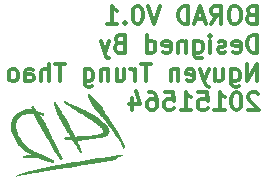
<source format=gbr>
%TF.GenerationSoftware,KiCad,Pcbnew,7.0.1*%
%TF.CreationDate,2023-04-15T09:39:37+07:00*%
%TF.ProjectId,DO_AN_DKTD,444f5f41-4e5f-4444-9b54-442e6b696361,rev?*%
%TF.SameCoordinates,Original*%
%TF.FileFunction,Legend,Bot*%
%TF.FilePolarity,Positive*%
%FSLAX46Y46*%
G04 Gerber Fmt 4.6, Leading zero omitted, Abs format (unit mm)*
G04 Created by KiCad (PCBNEW 7.0.1) date 2023-04-15 09:39:37*
%MOMM*%
%LPD*%
G01*
G04 APERTURE LIST*
%ADD10C,0.375000*%
G04 APERTURE END LIST*
D10*
X180142857Y-57740714D02*
X179928571Y-57812142D01*
X179928571Y-57812142D02*
X179857142Y-57883571D01*
X179857142Y-57883571D02*
X179785714Y-58026428D01*
X179785714Y-58026428D02*
X179785714Y-58240714D01*
X179785714Y-58240714D02*
X179857142Y-58383571D01*
X179857142Y-58383571D02*
X179928571Y-58455000D01*
X179928571Y-58455000D02*
X180071428Y-58526428D01*
X180071428Y-58526428D02*
X180642857Y-58526428D01*
X180642857Y-58526428D02*
X180642857Y-57026428D01*
X180642857Y-57026428D02*
X180142857Y-57026428D01*
X180142857Y-57026428D02*
X180000000Y-57097857D01*
X180000000Y-57097857D02*
X179928571Y-57169285D01*
X179928571Y-57169285D02*
X179857142Y-57312142D01*
X179857142Y-57312142D02*
X179857142Y-57455000D01*
X179857142Y-57455000D02*
X179928571Y-57597857D01*
X179928571Y-57597857D02*
X180000000Y-57669285D01*
X180000000Y-57669285D02*
X180142857Y-57740714D01*
X180142857Y-57740714D02*
X180642857Y-57740714D01*
X178857142Y-57026428D02*
X178571428Y-57026428D01*
X178571428Y-57026428D02*
X178428571Y-57097857D01*
X178428571Y-57097857D02*
X178285714Y-57240714D01*
X178285714Y-57240714D02*
X178214285Y-57526428D01*
X178214285Y-57526428D02*
X178214285Y-58026428D01*
X178214285Y-58026428D02*
X178285714Y-58312142D01*
X178285714Y-58312142D02*
X178428571Y-58455000D01*
X178428571Y-58455000D02*
X178571428Y-58526428D01*
X178571428Y-58526428D02*
X178857142Y-58526428D01*
X178857142Y-58526428D02*
X179000000Y-58455000D01*
X179000000Y-58455000D02*
X179142857Y-58312142D01*
X179142857Y-58312142D02*
X179214285Y-58026428D01*
X179214285Y-58026428D02*
X179214285Y-57526428D01*
X179214285Y-57526428D02*
X179142857Y-57240714D01*
X179142857Y-57240714D02*
X179000000Y-57097857D01*
X179000000Y-57097857D02*
X178857142Y-57026428D01*
X176714285Y-58526428D02*
X177214285Y-57812142D01*
X177571428Y-58526428D02*
X177571428Y-57026428D01*
X177571428Y-57026428D02*
X176999999Y-57026428D01*
X176999999Y-57026428D02*
X176857142Y-57097857D01*
X176857142Y-57097857D02*
X176785713Y-57169285D01*
X176785713Y-57169285D02*
X176714285Y-57312142D01*
X176714285Y-57312142D02*
X176714285Y-57526428D01*
X176714285Y-57526428D02*
X176785713Y-57669285D01*
X176785713Y-57669285D02*
X176857142Y-57740714D01*
X176857142Y-57740714D02*
X176999999Y-57812142D01*
X176999999Y-57812142D02*
X177571428Y-57812142D01*
X176142856Y-58097857D02*
X175428571Y-58097857D01*
X176285713Y-58526428D02*
X175785713Y-57026428D01*
X175785713Y-57026428D02*
X175285713Y-58526428D01*
X174785714Y-58526428D02*
X174785714Y-57026428D01*
X174785714Y-57026428D02*
X174428571Y-57026428D01*
X174428571Y-57026428D02*
X174214285Y-57097857D01*
X174214285Y-57097857D02*
X174071428Y-57240714D01*
X174071428Y-57240714D02*
X173999999Y-57383571D01*
X173999999Y-57383571D02*
X173928571Y-57669285D01*
X173928571Y-57669285D02*
X173928571Y-57883571D01*
X173928571Y-57883571D02*
X173999999Y-58169285D01*
X173999999Y-58169285D02*
X174071428Y-58312142D01*
X174071428Y-58312142D02*
X174214285Y-58455000D01*
X174214285Y-58455000D02*
X174428571Y-58526428D01*
X174428571Y-58526428D02*
X174785714Y-58526428D01*
X172357142Y-57026428D02*
X171857142Y-58526428D01*
X171857142Y-58526428D02*
X171357142Y-57026428D01*
X170571428Y-57026428D02*
X170428571Y-57026428D01*
X170428571Y-57026428D02*
X170285714Y-57097857D01*
X170285714Y-57097857D02*
X170214286Y-57169285D01*
X170214286Y-57169285D02*
X170142857Y-57312142D01*
X170142857Y-57312142D02*
X170071428Y-57597857D01*
X170071428Y-57597857D02*
X170071428Y-57955000D01*
X170071428Y-57955000D02*
X170142857Y-58240714D01*
X170142857Y-58240714D02*
X170214286Y-58383571D01*
X170214286Y-58383571D02*
X170285714Y-58455000D01*
X170285714Y-58455000D02*
X170428571Y-58526428D01*
X170428571Y-58526428D02*
X170571428Y-58526428D01*
X170571428Y-58526428D02*
X170714286Y-58455000D01*
X170714286Y-58455000D02*
X170785714Y-58383571D01*
X170785714Y-58383571D02*
X170857143Y-58240714D01*
X170857143Y-58240714D02*
X170928571Y-57955000D01*
X170928571Y-57955000D02*
X170928571Y-57597857D01*
X170928571Y-57597857D02*
X170857143Y-57312142D01*
X170857143Y-57312142D02*
X170785714Y-57169285D01*
X170785714Y-57169285D02*
X170714286Y-57097857D01*
X170714286Y-57097857D02*
X170571428Y-57026428D01*
X169428572Y-58383571D02*
X169357143Y-58455000D01*
X169357143Y-58455000D02*
X169428572Y-58526428D01*
X169428572Y-58526428D02*
X169500000Y-58455000D01*
X169500000Y-58455000D02*
X169428572Y-58383571D01*
X169428572Y-58383571D02*
X169428572Y-58526428D01*
X167928571Y-58526428D02*
X168785714Y-58526428D01*
X168357143Y-58526428D02*
X168357143Y-57026428D01*
X168357143Y-57026428D02*
X168500000Y-57240714D01*
X168500000Y-57240714D02*
X168642857Y-57383571D01*
X168642857Y-57383571D02*
X168785714Y-57455000D01*
X180642857Y-60956428D02*
X180642857Y-59456428D01*
X180642857Y-59456428D02*
X180285714Y-59456428D01*
X180285714Y-59456428D02*
X180071428Y-59527857D01*
X180071428Y-59527857D02*
X179928571Y-59670714D01*
X179928571Y-59670714D02*
X179857142Y-59813571D01*
X179857142Y-59813571D02*
X179785714Y-60099285D01*
X179785714Y-60099285D02*
X179785714Y-60313571D01*
X179785714Y-60313571D02*
X179857142Y-60599285D01*
X179857142Y-60599285D02*
X179928571Y-60742142D01*
X179928571Y-60742142D02*
X180071428Y-60885000D01*
X180071428Y-60885000D02*
X180285714Y-60956428D01*
X180285714Y-60956428D02*
X180642857Y-60956428D01*
X178571428Y-60885000D02*
X178714285Y-60956428D01*
X178714285Y-60956428D02*
X179000000Y-60956428D01*
X179000000Y-60956428D02*
X179142857Y-60885000D01*
X179142857Y-60885000D02*
X179214285Y-60742142D01*
X179214285Y-60742142D02*
X179214285Y-60170714D01*
X179214285Y-60170714D02*
X179142857Y-60027857D01*
X179142857Y-60027857D02*
X179000000Y-59956428D01*
X179000000Y-59956428D02*
X178714285Y-59956428D01*
X178714285Y-59956428D02*
X178571428Y-60027857D01*
X178571428Y-60027857D02*
X178500000Y-60170714D01*
X178500000Y-60170714D02*
X178500000Y-60313571D01*
X178500000Y-60313571D02*
X179214285Y-60456428D01*
X177928571Y-60885000D02*
X177785714Y-60956428D01*
X177785714Y-60956428D02*
X177500000Y-60956428D01*
X177500000Y-60956428D02*
X177357143Y-60885000D01*
X177357143Y-60885000D02*
X177285714Y-60742142D01*
X177285714Y-60742142D02*
X177285714Y-60670714D01*
X177285714Y-60670714D02*
X177357143Y-60527857D01*
X177357143Y-60527857D02*
X177500000Y-60456428D01*
X177500000Y-60456428D02*
X177714286Y-60456428D01*
X177714286Y-60456428D02*
X177857143Y-60385000D01*
X177857143Y-60385000D02*
X177928571Y-60242142D01*
X177928571Y-60242142D02*
X177928571Y-60170714D01*
X177928571Y-60170714D02*
X177857143Y-60027857D01*
X177857143Y-60027857D02*
X177714286Y-59956428D01*
X177714286Y-59956428D02*
X177500000Y-59956428D01*
X177500000Y-59956428D02*
X177357143Y-60027857D01*
X176642857Y-60956428D02*
X176642857Y-59956428D01*
X176642857Y-59456428D02*
X176714285Y-59527857D01*
X176714285Y-59527857D02*
X176642857Y-59599285D01*
X176642857Y-59599285D02*
X176571428Y-59527857D01*
X176571428Y-59527857D02*
X176642857Y-59456428D01*
X176642857Y-59456428D02*
X176642857Y-59599285D01*
X175285714Y-59956428D02*
X175285714Y-61170714D01*
X175285714Y-61170714D02*
X175357142Y-61313571D01*
X175357142Y-61313571D02*
X175428571Y-61385000D01*
X175428571Y-61385000D02*
X175571428Y-61456428D01*
X175571428Y-61456428D02*
X175785714Y-61456428D01*
X175785714Y-61456428D02*
X175928571Y-61385000D01*
X175285714Y-60885000D02*
X175428571Y-60956428D01*
X175428571Y-60956428D02*
X175714285Y-60956428D01*
X175714285Y-60956428D02*
X175857142Y-60885000D01*
X175857142Y-60885000D02*
X175928571Y-60813571D01*
X175928571Y-60813571D02*
X175999999Y-60670714D01*
X175999999Y-60670714D02*
X175999999Y-60242142D01*
X175999999Y-60242142D02*
X175928571Y-60099285D01*
X175928571Y-60099285D02*
X175857142Y-60027857D01*
X175857142Y-60027857D02*
X175714285Y-59956428D01*
X175714285Y-59956428D02*
X175428571Y-59956428D01*
X175428571Y-59956428D02*
X175285714Y-60027857D01*
X174571428Y-59956428D02*
X174571428Y-60956428D01*
X174571428Y-60099285D02*
X174499999Y-60027857D01*
X174499999Y-60027857D02*
X174357142Y-59956428D01*
X174357142Y-59956428D02*
X174142856Y-59956428D01*
X174142856Y-59956428D02*
X173999999Y-60027857D01*
X173999999Y-60027857D02*
X173928571Y-60170714D01*
X173928571Y-60170714D02*
X173928571Y-60956428D01*
X172642856Y-60885000D02*
X172785713Y-60956428D01*
X172785713Y-60956428D02*
X173071428Y-60956428D01*
X173071428Y-60956428D02*
X173214285Y-60885000D01*
X173214285Y-60885000D02*
X173285713Y-60742142D01*
X173285713Y-60742142D02*
X173285713Y-60170714D01*
X173285713Y-60170714D02*
X173214285Y-60027857D01*
X173214285Y-60027857D02*
X173071428Y-59956428D01*
X173071428Y-59956428D02*
X172785713Y-59956428D01*
X172785713Y-59956428D02*
X172642856Y-60027857D01*
X172642856Y-60027857D02*
X172571428Y-60170714D01*
X172571428Y-60170714D02*
X172571428Y-60313571D01*
X172571428Y-60313571D02*
X173285713Y-60456428D01*
X171285714Y-60956428D02*
X171285714Y-59456428D01*
X171285714Y-60885000D02*
X171428571Y-60956428D01*
X171428571Y-60956428D02*
X171714285Y-60956428D01*
X171714285Y-60956428D02*
X171857142Y-60885000D01*
X171857142Y-60885000D02*
X171928571Y-60813571D01*
X171928571Y-60813571D02*
X171999999Y-60670714D01*
X171999999Y-60670714D02*
X171999999Y-60242142D01*
X171999999Y-60242142D02*
X171928571Y-60099285D01*
X171928571Y-60099285D02*
X171857142Y-60027857D01*
X171857142Y-60027857D02*
X171714285Y-59956428D01*
X171714285Y-59956428D02*
X171428571Y-59956428D01*
X171428571Y-59956428D02*
X171285714Y-60027857D01*
X168928571Y-60170714D02*
X168714285Y-60242142D01*
X168714285Y-60242142D02*
X168642856Y-60313571D01*
X168642856Y-60313571D02*
X168571428Y-60456428D01*
X168571428Y-60456428D02*
X168571428Y-60670714D01*
X168571428Y-60670714D02*
X168642856Y-60813571D01*
X168642856Y-60813571D02*
X168714285Y-60885000D01*
X168714285Y-60885000D02*
X168857142Y-60956428D01*
X168857142Y-60956428D02*
X169428571Y-60956428D01*
X169428571Y-60956428D02*
X169428571Y-59456428D01*
X169428571Y-59456428D02*
X168928571Y-59456428D01*
X168928571Y-59456428D02*
X168785714Y-59527857D01*
X168785714Y-59527857D02*
X168714285Y-59599285D01*
X168714285Y-59599285D02*
X168642856Y-59742142D01*
X168642856Y-59742142D02*
X168642856Y-59885000D01*
X168642856Y-59885000D02*
X168714285Y-60027857D01*
X168714285Y-60027857D02*
X168785714Y-60099285D01*
X168785714Y-60099285D02*
X168928571Y-60170714D01*
X168928571Y-60170714D02*
X169428571Y-60170714D01*
X168071428Y-59956428D02*
X167714285Y-60956428D01*
X167357142Y-59956428D02*
X167714285Y-60956428D01*
X167714285Y-60956428D02*
X167857142Y-61313571D01*
X167857142Y-61313571D02*
X167928571Y-61385000D01*
X167928571Y-61385000D02*
X168071428Y-61456428D01*
X180642857Y-63386428D02*
X180642857Y-61886428D01*
X180642857Y-61886428D02*
X179785714Y-63386428D01*
X179785714Y-63386428D02*
X179785714Y-61886428D01*
X178428571Y-62386428D02*
X178428571Y-63600714D01*
X178428571Y-63600714D02*
X178499999Y-63743571D01*
X178499999Y-63743571D02*
X178571428Y-63815000D01*
X178571428Y-63815000D02*
X178714285Y-63886428D01*
X178714285Y-63886428D02*
X178928571Y-63886428D01*
X178928571Y-63886428D02*
X179071428Y-63815000D01*
X178428571Y-63315000D02*
X178571428Y-63386428D01*
X178571428Y-63386428D02*
X178857142Y-63386428D01*
X178857142Y-63386428D02*
X178999999Y-63315000D01*
X178999999Y-63315000D02*
X179071428Y-63243571D01*
X179071428Y-63243571D02*
X179142856Y-63100714D01*
X179142856Y-63100714D02*
X179142856Y-62672142D01*
X179142856Y-62672142D02*
X179071428Y-62529285D01*
X179071428Y-62529285D02*
X178999999Y-62457857D01*
X178999999Y-62457857D02*
X178857142Y-62386428D01*
X178857142Y-62386428D02*
X178571428Y-62386428D01*
X178571428Y-62386428D02*
X178428571Y-62457857D01*
X177071428Y-62386428D02*
X177071428Y-63386428D01*
X177714285Y-62386428D02*
X177714285Y-63172142D01*
X177714285Y-63172142D02*
X177642856Y-63315000D01*
X177642856Y-63315000D02*
X177499999Y-63386428D01*
X177499999Y-63386428D02*
X177285713Y-63386428D01*
X177285713Y-63386428D02*
X177142856Y-63315000D01*
X177142856Y-63315000D02*
X177071428Y-63243571D01*
X176499999Y-62386428D02*
X176142856Y-63386428D01*
X175785713Y-62386428D02*
X176142856Y-63386428D01*
X176142856Y-63386428D02*
X176285713Y-63743571D01*
X176285713Y-63743571D02*
X176357142Y-63815000D01*
X176357142Y-63815000D02*
X176499999Y-63886428D01*
X174642856Y-63315000D02*
X174785713Y-63386428D01*
X174785713Y-63386428D02*
X175071428Y-63386428D01*
X175071428Y-63386428D02*
X175214285Y-63315000D01*
X175214285Y-63315000D02*
X175285713Y-63172142D01*
X175285713Y-63172142D02*
X175285713Y-62600714D01*
X175285713Y-62600714D02*
X175214285Y-62457857D01*
X175214285Y-62457857D02*
X175071428Y-62386428D01*
X175071428Y-62386428D02*
X174785713Y-62386428D01*
X174785713Y-62386428D02*
X174642856Y-62457857D01*
X174642856Y-62457857D02*
X174571428Y-62600714D01*
X174571428Y-62600714D02*
X174571428Y-62743571D01*
X174571428Y-62743571D02*
X175285713Y-62886428D01*
X173928571Y-62386428D02*
X173928571Y-63386428D01*
X173928571Y-62529285D02*
X173857142Y-62457857D01*
X173857142Y-62457857D02*
X173714285Y-62386428D01*
X173714285Y-62386428D02*
X173499999Y-62386428D01*
X173499999Y-62386428D02*
X173357142Y-62457857D01*
X173357142Y-62457857D02*
X173285714Y-62600714D01*
X173285714Y-62600714D02*
X173285714Y-63386428D01*
X171642856Y-61886428D02*
X170785714Y-61886428D01*
X171214285Y-63386428D02*
X171214285Y-61886428D01*
X170285714Y-63386428D02*
X170285714Y-62386428D01*
X170285714Y-62672142D02*
X170214285Y-62529285D01*
X170214285Y-62529285D02*
X170142857Y-62457857D01*
X170142857Y-62457857D02*
X169999999Y-62386428D01*
X169999999Y-62386428D02*
X169857142Y-62386428D01*
X168714286Y-62386428D02*
X168714286Y-63386428D01*
X169357143Y-62386428D02*
X169357143Y-63172142D01*
X169357143Y-63172142D02*
X169285714Y-63315000D01*
X169285714Y-63315000D02*
X169142857Y-63386428D01*
X169142857Y-63386428D02*
X168928571Y-63386428D01*
X168928571Y-63386428D02*
X168785714Y-63315000D01*
X168785714Y-63315000D02*
X168714286Y-63243571D01*
X168000000Y-62386428D02*
X168000000Y-63386428D01*
X168000000Y-62529285D02*
X167928571Y-62457857D01*
X167928571Y-62457857D02*
X167785714Y-62386428D01*
X167785714Y-62386428D02*
X167571428Y-62386428D01*
X167571428Y-62386428D02*
X167428571Y-62457857D01*
X167428571Y-62457857D02*
X167357143Y-62600714D01*
X167357143Y-62600714D02*
X167357143Y-63386428D01*
X166000000Y-62386428D02*
X166000000Y-63600714D01*
X166000000Y-63600714D02*
X166071428Y-63743571D01*
X166071428Y-63743571D02*
X166142857Y-63815000D01*
X166142857Y-63815000D02*
X166285714Y-63886428D01*
X166285714Y-63886428D02*
X166500000Y-63886428D01*
X166500000Y-63886428D02*
X166642857Y-63815000D01*
X166000000Y-63315000D02*
X166142857Y-63386428D01*
X166142857Y-63386428D02*
X166428571Y-63386428D01*
X166428571Y-63386428D02*
X166571428Y-63315000D01*
X166571428Y-63315000D02*
X166642857Y-63243571D01*
X166642857Y-63243571D02*
X166714285Y-63100714D01*
X166714285Y-63100714D02*
X166714285Y-62672142D01*
X166714285Y-62672142D02*
X166642857Y-62529285D01*
X166642857Y-62529285D02*
X166571428Y-62457857D01*
X166571428Y-62457857D02*
X166428571Y-62386428D01*
X166428571Y-62386428D02*
X166142857Y-62386428D01*
X166142857Y-62386428D02*
X166000000Y-62457857D01*
X164357142Y-61886428D02*
X163500000Y-61886428D01*
X163928571Y-63386428D02*
X163928571Y-61886428D01*
X163000000Y-63386428D02*
X163000000Y-61886428D01*
X162357143Y-63386428D02*
X162357143Y-62600714D01*
X162357143Y-62600714D02*
X162428571Y-62457857D01*
X162428571Y-62457857D02*
X162571428Y-62386428D01*
X162571428Y-62386428D02*
X162785714Y-62386428D01*
X162785714Y-62386428D02*
X162928571Y-62457857D01*
X162928571Y-62457857D02*
X163000000Y-62529285D01*
X161000000Y-63386428D02*
X161000000Y-62600714D01*
X161000000Y-62600714D02*
X161071428Y-62457857D01*
X161071428Y-62457857D02*
X161214285Y-62386428D01*
X161214285Y-62386428D02*
X161500000Y-62386428D01*
X161500000Y-62386428D02*
X161642857Y-62457857D01*
X161000000Y-63315000D02*
X161142857Y-63386428D01*
X161142857Y-63386428D02*
X161500000Y-63386428D01*
X161500000Y-63386428D02*
X161642857Y-63315000D01*
X161642857Y-63315000D02*
X161714285Y-63172142D01*
X161714285Y-63172142D02*
X161714285Y-63029285D01*
X161714285Y-63029285D02*
X161642857Y-62886428D01*
X161642857Y-62886428D02*
X161500000Y-62815000D01*
X161500000Y-62815000D02*
X161142857Y-62815000D01*
X161142857Y-62815000D02*
X161000000Y-62743571D01*
X160071428Y-63386428D02*
X160214285Y-63315000D01*
X160214285Y-63315000D02*
X160285714Y-63243571D01*
X160285714Y-63243571D02*
X160357142Y-63100714D01*
X160357142Y-63100714D02*
X160357142Y-62672142D01*
X160357142Y-62672142D02*
X160285714Y-62529285D01*
X160285714Y-62529285D02*
X160214285Y-62457857D01*
X160214285Y-62457857D02*
X160071428Y-62386428D01*
X160071428Y-62386428D02*
X159857142Y-62386428D01*
X159857142Y-62386428D02*
X159714285Y-62457857D01*
X159714285Y-62457857D02*
X159642857Y-62529285D01*
X159642857Y-62529285D02*
X159571428Y-62672142D01*
X159571428Y-62672142D02*
X159571428Y-63100714D01*
X159571428Y-63100714D02*
X159642857Y-63243571D01*
X159642857Y-63243571D02*
X159714285Y-63315000D01*
X159714285Y-63315000D02*
X159857142Y-63386428D01*
X159857142Y-63386428D02*
X160071428Y-63386428D01*
X180714285Y-64459285D02*
X180642857Y-64387857D01*
X180642857Y-64387857D02*
X180500000Y-64316428D01*
X180500000Y-64316428D02*
X180142857Y-64316428D01*
X180142857Y-64316428D02*
X180000000Y-64387857D01*
X180000000Y-64387857D02*
X179928571Y-64459285D01*
X179928571Y-64459285D02*
X179857142Y-64602142D01*
X179857142Y-64602142D02*
X179857142Y-64745000D01*
X179857142Y-64745000D02*
X179928571Y-64959285D01*
X179928571Y-64959285D02*
X180785714Y-65816428D01*
X180785714Y-65816428D02*
X179857142Y-65816428D01*
X178928571Y-64316428D02*
X178785714Y-64316428D01*
X178785714Y-64316428D02*
X178642857Y-64387857D01*
X178642857Y-64387857D02*
X178571429Y-64459285D01*
X178571429Y-64459285D02*
X178500000Y-64602142D01*
X178500000Y-64602142D02*
X178428571Y-64887857D01*
X178428571Y-64887857D02*
X178428571Y-65245000D01*
X178428571Y-65245000D02*
X178500000Y-65530714D01*
X178500000Y-65530714D02*
X178571429Y-65673571D01*
X178571429Y-65673571D02*
X178642857Y-65745000D01*
X178642857Y-65745000D02*
X178785714Y-65816428D01*
X178785714Y-65816428D02*
X178928571Y-65816428D01*
X178928571Y-65816428D02*
X179071429Y-65745000D01*
X179071429Y-65745000D02*
X179142857Y-65673571D01*
X179142857Y-65673571D02*
X179214286Y-65530714D01*
X179214286Y-65530714D02*
X179285714Y-65245000D01*
X179285714Y-65245000D02*
X179285714Y-64887857D01*
X179285714Y-64887857D02*
X179214286Y-64602142D01*
X179214286Y-64602142D02*
X179142857Y-64459285D01*
X179142857Y-64459285D02*
X179071429Y-64387857D01*
X179071429Y-64387857D02*
X178928571Y-64316428D01*
X177000000Y-65816428D02*
X177857143Y-65816428D01*
X177428572Y-65816428D02*
X177428572Y-64316428D01*
X177428572Y-64316428D02*
X177571429Y-64530714D01*
X177571429Y-64530714D02*
X177714286Y-64673571D01*
X177714286Y-64673571D02*
X177857143Y-64745000D01*
X175642858Y-64316428D02*
X176357144Y-64316428D01*
X176357144Y-64316428D02*
X176428572Y-65030714D01*
X176428572Y-65030714D02*
X176357144Y-64959285D01*
X176357144Y-64959285D02*
X176214287Y-64887857D01*
X176214287Y-64887857D02*
X175857144Y-64887857D01*
X175857144Y-64887857D02*
X175714287Y-64959285D01*
X175714287Y-64959285D02*
X175642858Y-65030714D01*
X175642858Y-65030714D02*
X175571429Y-65173571D01*
X175571429Y-65173571D02*
X175571429Y-65530714D01*
X175571429Y-65530714D02*
X175642858Y-65673571D01*
X175642858Y-65673571D02*
X175714287Y-65745000D01*
X175714287Y-65745000D02*
X175857144Y-65816428D01*
X175857144Y-65816428D02*
X176214287Y-65816428D01*
X176214287Y-65816428D02*
X176357144Y-65745000D01*
X176357144Y-65745000D02*
X176428572Y-65673571D01*
X174142858Y-65816428D02*
X175000001Y-65816428D01*
X174571430Y-65816428D02*
X174571430Y-64316428D01*
X174571430Y-64316428D02*
X174714287Y-64530714D01*
X174714287Y-64530714D02*
X174857144Y-64673571D01*
X174857144Y-64673571D02*
X175000001Y-64745000D01*
X172785716Y-64316428D02*
X173500002Y-64316428D01*
X173500002Y-64316428D02*
X173571430Y-65030714D01*
X173571430Y-65030714D02*
X173500002Y-64959285D01*
X173500002Y-64959285D02*
X173357145Y-64887857D01*
X173357145Y-64887857D02*
X173000002Y-64887857D01*
X173000002Y-64887857D02*
X172857145Y-64959285D01*
X172857145Y-64959285D02*
X172785716Y-65030714D01*
X172785716Y-65030714D02*
X172714287Y-65173571D01*
X172714287Y-65173571D02*
X172714287Y-65530714D01*
X172714287Y-65530714D02*
X172785716Y-65673571D01*
X172785716Y-65673571D02*
X172857145Y-65745000D01*
X172857145Y-65745000D02*
X173000002Y-65816428D01*
X173000002Y-65816428D02*
X173357145Y-65816428D01*
X173357145Y-65816428D02*
X173500002Y-65745000D01*
X173500002Y-65745000D02*
X173571430Y-65673571D01*
X171428574Y-64316428D02*
X171714288Y-64316428D01*
X171714288Y-64316428D02*
X171857145Y-64387857D01*
X171857145Y-64387857D02*
X171928574Y-64459285D01*
X171928574Y-64459285D02*
X172071431Y-64673571D01*
X172071431Y-64673571D02*
X172142859Y-64959285D01*
X172142859Y-64959285D02*
X172142859Y-65530714D01*
X172142859Y-65530714D02*
X172071431Y-65673571D01*
X172071431Y-65673571D02*
X172000002Y-65745000D01*
X172000002Y-65745000D02*
X171857145Y-65816428D01*
X171857145Y-65816428D02*
X171571431Y-65816428D01*
X171571431Y-65816428D02*
X171428574Y-65745000D01*
X171428574Y-65745000D02*
X171357145Y-65673571D01*
X171357145Y-65673571D02*
X171285716Y-65530714D01*
X171285716Y-65530714D02*
X171285716Y-65173571D01*
X171285716Y-65173571D02*
X171357145Y-65030714D01*
X171357145Y-65030714D02*
X171428574Y-64959285D01*
X171428574Y-64959285D02*
X171571431Y-64887857D01*
X171571431Y-64887857D02*
X171857145Y-64887857D01*
X171857145Y-64887857D02*
X172000002Y-64959285D01*
X172000002Y-64959285D02*
X172071431Y-65030714D01*
X172071431Y-65030714D02*
X172142859Y-65173571D01*
X170000003Y-64816428D02*
X170000003Y-65816428D01*
X170357145Y-64245000D02*
X170714288Y-65316428D01*
X170714288Y-65316428D02*
X169785717Y-65316428D01*
%TO.C,G\u002A\u002A\u002A*%
G36*
X166433525Y-64476669D02*
G01*
X166437556Y-64477576D01*
X166452729Y-64482356D01*
X166468700Y-64490536D01*
X166487503Y-64503968D01*
X166511175Y-64524504D01*
X166541750Y-64553994D01*
X166581265Y-64594290D01*
X166631756Y-64647244D01*
X166695257Y-64714707D01*
X166703232Y-64723192D01*
X166769789Y-64793230D01*
X166847284Y-64873660D01*
X166931323Y-64959985D01*
X167017512Y-65047708D01*
X167101454Y-65132335D01*
X167178756Y-65209367D01*
X167222364Y-65252741D01*
X167286007Y-65316891D01*
X167344626Y-65376965D01*
X167396042Y-65430677D01*
X167438075Y-65475741D01*
X167468544Y-65509871D01*
X167485269Y-65530781D01*
X167485968Y-65531826D01*
X167503011Y-65559940D01*
X167527502Y-65603611D01*
X167557201Y-65658688D01*
X167589867Y-65721017D01*
X167623259Y-65786448D01*
X167648352Y-65835493D01*
X167710395Y-65948721D01*
X167774777Y-66053695D01*
X167847197Y-66159924D01*
X167988276Y-66359883D01*
X168179637Y-66637693D01*
X168355950Y-66901932D01*
X168517065Y-67152351D01*
X168662829Y-67388702D01*
X168793089Y-67610735D01*
X168907693Y-67818203D01*
X169006490Y-68010857D01*
X169089327Y-68188448D01*
X169099210Y-68210661D01*
X169132522Y-68283288D01*
X169172248Y-68367423D01*
X169215505Y-68457063D01*
X169259404Y-68546204D01*
X169301060Y-68628843D01*
X169311311Y-68648941D01*
X169355161Y-68736523D01*
X169388439Y-68806145D01*
X169411619Y-68858867D01*
X169425170Y-68895751D01*
X169429566Y-68917858D01*
X169429526Y-68921879D01*
X169422337Y-68978705D01*
X169404660Y-69030131D01*
X169379219Y-69068030D01*
X169377751Y-69069478D01*
X169355966Y-69087128D01*
X169339524Y-69094400D01*
X169338222Y-69094354D01*
X169315193Y-69083090D01*
X169287315Y-69054183D01*
X169256829Y-69010801D01*
X169225979Y-68956108D01*
X169197008Y-68893271D01*
X169184839Y-68864219D01*
X169126870Y-68734573D01*
X169064274Y-68609446D01*
X168994267Y-68483787D01*
X168914068Y-68352548D01*
X168820895Y-68210680D01*
X168728888Y-68075237D01*
X168608047Y-67899418D01*
X168486566Y-67724879D01*
X168365715Y-67553361D01*
X168246761Y-67386604D01*
X168130971Y-67226349D01*
X168019615Y-67074335D01*
X167913960Y-66932305D01*
X167815275Y-66801998D01*
X167724826Y-66685154D01*
X167643883Y-66583515D01*
X167573713Y-66498820D01*
X167563413Y-66486779D01*
X167522593Y-66439767D01*
X167470729Y-66380818D01*
X167410821Y-66313303D01*
X167345869Y-66240595D01*
X167278871Y-66166066D01*
X167212827Y-66093087D01*
X167167306Y-66042905D01*
X167064056Y-65928380D01*
X166974386Y-65827658D01*
X166897024Y-65739125D01*
X166830697Y-65661168D01*
X166774134Y-65592173D01*
X166726062Y-65530527D01*
X166685208Y-65474617D01*
X166650301Y-65422829D01*
X166620068Y-65373550D01*
X166593236Y-65325166D01*
X166568534Y-65276063D01*
X166523598Y-65182617D01*
X166469955Y-65070752D01*
X166424769Y-64976001D01*
X166387306Y-64896705D01*
X166356828Y-64831205D01*
X166332598Y-64777840D01*
X166313881Y-64734950D01*
X166299940Y-64700877D01*
X166290037Y-64673959D01*
X166283438Y-64652538D01*
X166279405Y-64634954D01*
X166277201Y-64619547D01*
X166275326Y-64575667D01*
X166283637Y-64529557D01*
X166305593Y-64498278D01*
X166342280Y-64479496D01*
X166371818Y-64473319D01*
X166433525Y-64476669D01*
G37*
G36*
X169289449Y-69596945D02*
G01*
X169280099Y-69611329D01*
X169259132Y-69635937D01*
X169229307Y-69667381D01*
X169217192Y-69679334D01*
X169129185Y-69749696D01*
X169032757Y-69799520D01*
X168927666Y-69828939D01*
X168902152Y-69833686D01*
X168867783Y-69842477D01*
X168840005Y-69855204D01*
X168811318Y-69875729D01*
X168774220Y-69907912D01*
X168728475Y-69945290D01*
X168658041Y-69992977D01*
X168585387Y-70032743D01*
X168518517Y-70059832D01*
X168508078Y-70062821D01*
X168469597Y-70071985D01*
X168411829Y-70084045D01*
X168334633Y-70099023D01*
X168237868Y-70116943D01*
X168121392Y-70137829D01*
X167985064Y-70161703D01*
X167828743Y-70188590D01*
X167652288Y-70218513D01*
X167455558Y-70251494D01*
X167238411Y-70287558D01*
X167000707Y-70326728D01*
X166742303Y-70369027D01*
X166463059Y-70414479D01*
X166162834Y-70463107D01*
X165841486Y-70514934D01*
X165498873Y-70569984D01*
X165134856Y-70628281D01*
X164749293Y-70689847D01*
X164342041Y-70754706D01*
X163912961Y-70822882D01*
X163760256Y-70847122D01*
X163449810Y-70896429D01*
X163160194Y-70942471D01*
X162890644Y-70985373D01*
X162640394Y-71025262D01*
X162408682Y-71062264D01*
X162194740Y-71096506D01*
X161997806Y-71128113D01*
X161817114Y-71157212D01*
X161651900Y-71183930D01*
X161501400Y-71208392D01*
X161364847Y-71230726D01*
X161241479Y-71251056D01*
X161130530Y-71269510D01*
X161031235Y-71286214D01*
X160942831Y-71301294D01*
X160864552Y-71314876D01*
X160795634Y-71327087D01*
X160735311Y-71338053D01*
X160682821Y-71347901D01*
X160637397Y-71356755D01*
X160598275Y-71364744D01*
X160564691Y-71371993D01*
X160535879Y-71378629D01*
X160511076Y-71384777D01*
X160501921Y-71387169D01*
X160436555Y-71405662D01*
X160366200Y-71427589D01*
X160296149Y-71451118D01*
X160231694Y-71474417D01*
X160178126Y-71495653D01*
X160140739Y-71512994D01*
X160123250Y-71521913D01*
X160108762Y-71526682D01*
X160108897Y-71519836D01*
X160124049Y-71500038D01*
X160154613Y-71465949D01*
X160155090Y-71465433D01*
X160201769Y-71420231D01*
X160257259Y-71376694D01*
X160322660Y-71334430D01*
X160399073Y-71293051D01*
X160487599Y-71252167D01*
X160589338Y-71211387D01*
X160705391Y-71170324D01*
X160836857Y-71128585D01*
X160984838Y-71085783D01*
X161150435Y-71041527D01*
X161334747Y-70995428D01*
X161538875Y-70947097D01*
X161763920Y-70896142D01*
X161811385Y-70885700D01*
X161895245Y-70867541D01*
X161996736Y-70845817D01*
X162113432Y-70821032D01*
X162242906Y-70793689D01*
X162382734Y-70764292D01*
X162530488Y-70733346D01*
X162683745Y-70701353D01*
X162840076Y-70668819D01*
X162997057Y-70636247D01*
X163152262Y-70604140D01*
X163303264Y-70573003D01*
X163447639Y-70543339D01*
X163582959Y-70515653D01*
X163706800Y-70490448D01*
X163816735Y-70468228D01*
X163910338Y-70449497D01*
X163985183Y-70434759D01*
X164260181Y-70382157D01*
X164614000Y-70316748D01*
X164986514Y-70250200D01*
X165375822Y-70182820D01*
X165780022Y-70114912D01*
X166197214Y-70046783D01*
X166625495Y-69978738D01*
X167062964Y-69911083D01*
X167507719Y-69844122D01*
X167957859Y-69778162D01*
X168411481Y-69713508D01*
X168866685Y-69650466D01*
X168872461Y-69649678D01*
X168965230Y-69637070D01*
X169051087Y-69625487D01*
X169127514Y-69615263D01*
X169191995Y-69606731D01*
X169242012Y-69600224D01*
X169275049Y-69596076D01*
X169288586Y-69594619D01*
X169289449Y-69596945D01*
G37*
G36*
X164336924Y-65067938D02*
G01*
X164362934Y-65076242D01*
X164400148Y-65090439D01*
X164450039Y-65111147D01*
X164514081Y-65138987D01*
X164593744Y-65174575D01*
X164690502Y-65218533D01*
X164805829Y-65271478D01*
X164824780Y-65280210D01*
X164938679Y-65332663D01*
X165060105Y-65388542D01*
X165184440Y-65445726D01*
X165307067Y-65502091D01*
X165423367Y-65555515D01*
X165528723Y-65603875D01*
X165618517Y-65645048D01*
X165674188Y-65670636D01*
X165812281Y-65734760D01*
X165949052Y-65799153D01*
X166082128Y-65862651D01*
X166209134Y-65924095D01*
X166327698Y-65982320D01*
X166435447Y-66036167D01*
X166530007Y-66084473D01*
X166609005Y-66126076D01*
X166670068Y-66159814D01*
X166703593Y-66179201D01*
X166835292Y-66258783D01*
X166964323Y-66342651D01*
X167093532Y-66432913D01*
X167225763Y-66531677D01*
X167363861Y-66641050D01*
X167510670Y-66763141D01*
X167669034Y-66900056D01*
X167729559Y-66954148D01*
X167819625Y-67039591D01*
X167893842Y-67118020D01*
X167954215Y-67192262D01*
X168002750Y-67265145D01*
X168041455Y-67339499D01*
X168072335Y-67418151D01*
X168097396Y-67503930D01*
X168104307Y-67533774D01*
X168116908Y-67633536D01*
X168110581Y-67722166D01*
X168085337Y-67799389D01*
X168066034Y-67832921D01*
X168018579Y-67893069D01*
X167957117Y-67952610D01*
X167886293Y-68007257D01*
X167810752Y-68052726D01*
X167764550Y-68075594D01*
X167712160Y-68098635D01*
X167657688Y-68118976D01*
X167598628Y-68137181D01*
X167532469Y-68153811D01*
X167456703Y-68169431D01*
X167368822Y-68184604D01*
X167266318Y-68199892D01*
X167146682Y-68215859D01*
X167007406Y-68233067D01*
X166981482Y-68236220D01*
X166880317Y-68249045D01*
X166765076Y-68264311D01*
X166641851Y-68281178D01*
X166516733Y-68298802D01*
X166395813Y-68316341D01*
X166285183Y-68332953D01*
X166274523Y-68334586D01*
X166104814Y-68360009D01*
X165955702Y-68381160D01*
X165826068Y-68398171D01*
X165714794Y-68411174D01*
X165620761Y-68420299D01*
X165542850Y-68425678D01*
X165479944Y-68427442D01*
X165471893Y-68427464D01*
X165433508Y-68428237D01*
X165406501Y-68429897D01*
X165396295Y-68432138D01*
X165396789Y-68433855D01*
X165403659Y-68451143D01*
X165417359Y-68483699D01*
X165436276Y-68527724D01*
X165458800Y-68579425D01*
X165521808Y-68724557D01*
X165579643Y-68860621D01*
X165631313Y-68985212D01*
X165676343Y-69097100D01*
X165714254Y-69195050D01*
X165744570Y-69277833D01*
X165766815Y-69344214D01*
X165780512Y-69392963D01*
X165785183Y-69422847D01*
X165784994Y-69432977D01*
X165782241Y-69461325D01*
X165777253Y-69476572D01*
X165774736Y-69478104D01*
X165754879Y-69481484D01*
X165724804Y-69481203D01*
X165680284Y-69477901D01*
X165543762Y-69261140D01*
X165539346Y-69254124D01*
X165496072Y-69185064D01*
X165444580Y-69102438D01*
X165387871Y-69011089D01*
X165328947Y-68915860D01*
X165270810Y-68821593D01*
X165216461Y-68733131D01*
X165186913Y-68684973D01*
X165142787Y-68613239D01*
X165103081Y-68548913D01*
X165069229Y-68494307D01*
X165042667Y-68451733D01*
X165024829Y-68423503D01*
X165017148Y-68411928D01*
X165015129Y-68410895D01*
X164995461Y-68406259D01*
X164957471Y-68399557D01*
X164903952Y-68391213D01*
X164837696Y-68381650D01*
X164761496Y-68371291D01*
X164678145Y-68360560D01*
X164347677Y-68319148D01*
X164310875Y-68278973D01*
X164285602Y-68245793D01*
X164274787Y-68210628D01*
X164284911Y-68176435D01*
X164316115Y-68139430D01*
X164358158Y-68099521D01*
X164587690Y-68088405D01*
X164817222Y-68077289D01*
X164776946Y-68010593D01*
X164774320Y-68006269D01*
X164755628Y-67976006D01*
X164727343Y-67930717D01*
X164691388Y-67873458D01*
X164649686Y-67807288D01*
X164604159Y-67735263D01*
X164556729Y-67660440D01*
X164553383Y-67655166D01*
X164503596Y-67576176D01*
X164453980Y-67496560D01*
X164406903Y-67420185D01*
X164364736Y-67350914D01*
X164329847Y-67292613D01*
X164304606Y-67249149D01*
X164302689Y-67245755D01*
X164277110Y-67200491D01*
X164243001Y-67140176D01*
X164202579Y-67068727D01*
X164158060Y-66990060D01*
X164111661Y-66908093D01*
X164065596Y-66826742D01*
X164019698Y-66745357D01*
X163939987Y-66601860D01*
X163869956Y-66472274D01*
X163808099Y-66353433D01*
X163752908Y-66242168D01*
X163702878Y-66135314D01*
X163656501Y-66029703D01*
X163612272Y-65922167D01*
X163568684Y-65809540D01*
X163524230Y-65688655D01*
X163508810Y-65645110D01*
X163486427Y-65579909D01*
X163463375Y-65510863D01*
X163440780Y-65441524D01*
X163419768Y-65375446D01*
X163401465Y-65316182D01*
X163386998Y-65267286D01*
X163377491Y-65232312D01*
X163374072Y-65214812D01*
X163374671Y-65212215D01*
X163384588Y-65195137D01*
X163402838Y-65171314D01*
X163403507Y-65170526D01*
X163439449Y-65143683D01*
X163481769Y-65137274D01*
X163526955Y-65151850D01*
X163533213Y-65156656D01*
X163554654Y-65180136D01*
X163585989Y-65220108D01*
X163626096Y-65274856D01*
X163673854Y-65342665D01*
X163728138Y-65421820D01*
X163787826Y-65510603D01*
X163851796Y-65607301D01*
X163918925Y-65710197D01*
X163988091Y-65817576D01*
X164058169Y-65927722D01*
X164128038Y-66038920D01*
X164196576Y-66149454D01*
X164262658Y-66257608D01*
X164325164Y-66361666D01*
X164382969Y-66459914D01*
X164395421Y-66481531D01*
X164431848Y-66546192D01*
X164474214Y-66622953D01*
X164519541Y-66706350D01*
X164564852Y-66790922D01*
X164607168Y-66871206D01*
X164614142Y-66884575D01*
X164652355Y-66958013D01*
X164695441Y-67041065D01*
X164742320Y-67131632D01*
X164791916Y-67227619D01*
X164843151Y-67326928D01*
X164894948Y-67427462D01*
X164946228Y-67527124D01*
X164995914Y-67623819D01*
X165042929Y-67715447D01*
X165086194Y-67799913D01*
X165124632Y-67875120D01*
X165157166Y-67938971D01*
X165182717Y-67989369D01*
X165200209Y-68024217D01*
X165208563Y-68041418D01*
X165222317Y-68072242D01*
X165317639Y-68066291D01*
X165318051Y-68066265D01*
X165359880Y-68063803D01*
X165418449Y-68060555D01*
X165488373Y-68056810D01*
X165564264Y-68052857D01*
X165640739Y-68048983D01*
X165714880Y-68045060D01*
X165849437Y-68037000D01*
X165991684Y-68027459D01*
X166136636Y-68016825D01*
X166279312Y-68005485D01*
X166414730Y-67993825D01*
X166537906Y-67982232D01*
X166643858Y-67971093D01*
X166686958Y-67966104D01*
X166864060Y-67942372D01*
X167019675Y-67915741D01*
X167154276Y-67886004D01*
X167268333Y-67852954D01*
X167362318Y-67816383D01*
X167436703Y-67776084D01*
X167491959Y-67731849D01*
X167528558Y-67683470D01*
X167546971Y-67630742D01*
X167547669Y-67573455D01*
X167543217Y-67547372D01*
X167527031Y-67493269D01*
X167500143Y-67438710D01*
X167460634Y-67380686D01*
X167406581Y-67316191D01*
X167336064Y-67242216D01*
X167296129Y-67203103D01*
X167233293Y-67145273D01*
X167164481Y-67086379D01*
X167088189Y-67025354D01*
X167002915Y-66961132D01*
X166907158Y-66892646D01*
X166799413Y-66818829D01*
X166678179Y-66738614D01*
X166541953Y-66650937D01*
X166389233Y-66554729D01*
X166218517Y-66448924D01*
X166132333Y-66395790D01*
X165951210Y-66283720D01*
X165763401Y-66167016D01*
X165572579Y-66047980D01*
X165382417Y-65928915D01*
X165196590Y-65812123D01*
X165018770Y-65699907D01*
X164852633Y-65594568D01*
X164701850Y-65498409D01*
X164672887Y-65479873D01*
X164591651Y-65427883D01*
X164516561Y-65379827D01*
X164449714Y-65337046D01*
X164393205Y-65300880D01*
X164349129Y-65272672D01*
X164319581Y-65253762D01*
X164306658Y-65245491D01*
X164288982Y-65229936D01*
X164265917Y-65199758D01*
X164247968Y-65166658D01*
X164240739Y-65139638D01*
X164240992Y-65135396D01*
X164253578Y-65106857D01*
X164280487Y-65081335D01*
X164315260Y-65065276D01*
X164320645Y-65064908D01*
X164336924Y-65067938D01*
G37*
G36*
X161649986Y-65466226D02*
G01*
X161661187Y-65469523D01*
X161676647Y-65477360D01*
X161691619Y-65491347D01*
X161708820Y-65514862D01*
X161730965Y-65551282D01*
X161760772Y-65603985D01*
X161789278Y-65654179D01*
X161825696Y-65716339D01*
X161861041Y-65774869D01*
X161890567Y-65821803D01*
X161949108Y-65911788D01*
X162119924Y-65969838D01*
X162137461Y-65975790D01*
X162211696Y-66000836D01*
X162289724Y-66026971D01*
X162363274Y-66051431D01*
X162424072Y-66071452D01*
X162436898Y-66075659D01*
X162490348Y-66093908D01*
X162527447Y-66108540D01*
X162552371Y-66121680D01*
X162569298Y-66135452D01*
X162582406Y-66151982D01*
X162600448Y-66185906D01*
X162606399Y-66228618D01*
X162590524Y-66267641D01*
X162552682Y-66303698D01*
X162520135Y-66326884D01*
X162362236Y-66282239D01*
X162336287Y-66274920D01*
X162283630Y-66260184D01*
X162240745Y-66248343D01*
X162211499Y-66240459D01*
X162199759Y-66237595D01*
X162202695Y-66242966D01*
X162217157Y-66262206D01*
X162241031Y-66292137D01*
X162271608Y-66329302D01*
X162305490Y-66370348D01*
X162368862Y-66449724D01*
X162428127Y-66528102D01*
X162484551Y-66607634D01*
X162539398Y-66690474D01*
X162593933Y-66778773D01*
X162649422Y-66874683D01*
X162707129Y-66980357D01*
X162768319Y-67097945D01*
X162834258Y-67229601D01*
X162906210Y-67377476D01*
X162985440Y-67543722D01*
X162989396Y-67552077D01*
X163020498Y-67617196D01*
X163060343Y-67699857D01*
X163107930Y-67798016D01*
X163162258Y-67909625D01*
X163222326Y-68032640D01*
X163287132Y-68165015D01*
X163355675Y-68304703D01*
X163426953Y-68449660D01*
X163499965Y-68597839D01*
X163573710Y-68747195D01*
X163647187Y-68895681D01*
X163688598Y-68979355D01*
X163755989Y-69115893D01*
X163820117Y-69246274D01*
X163880317Y-69369125D01*
X163935924Y-69483072D01*
X163986274Y-69586739D01*
X164030702Y-69678753D01*
X164068543Y-69757740D01*
X164099131Y-69822325D01*
X164121804Y-69871134D01*
X164135894Y-69902794D01*
X164140739Y-69915929D01*
X164140594Y-69921587D01*
X164130272Y-69965792D01*
X164106922Y-70003775D01*
X164075145Y-70027698D01*
X164073504Y-70028334D01*
X164047969Y-70033537D01*
X164013664Y-70035705D01*
X163978301Y-70034970D01*
X163949593Y-70031463D01*
X163935253Y-70025315D01*
X163931381Y-70019740D01*
X163916944Y-69999233D01*
X163894445Y-69967383D01*
X163866642Y-69928098D01*
X163830597Y-69876759D01*
X163734165Y-69734500D01*
X163641044Y-69589310D01*
X163549088Y-69437585D01*
X163456149Y-69275719D01*
X163360083Y-69100108D01*
X163258741Y-68907146D01*
X163254148Y-68898249D01*
X163194290Y-68782703D01*
X163142282Y-68683394D01*
X163096166Y-68596921D01*
X163053980Y-68519882D01*
X163013765Y-68448876D01*
X162973562Y-68380502D01*
X162931411Y-68311358D01*
X162885351Y-68238043D01*
X162833423Y-68157157D01*
X162773668Y-68065297D01*
X162730266Y-67998397D01*
X162678901Y-67918200D01*
X162629052Y-67839374D01*
X162583410Y-67766206D01*
X162544668Y-67702988D01*
X162515518Y-67654006D01*
X162503310Y-67632975D01*
X162472043Y-67579164D01*
X162432774Y-67511632D01*
X162387615Y-67434010D01*
X162338677Y-67349927D01*
X162288073Y-67263012D01*
X162237915Y-67176895D01*
X162222479Y-67150385D01*
X162141601Y-67010864D01*
X162070991Y-66887805D01*
X162009520Y-66779084D01*
X161956056Y-66682573D01*
X161909470Y-66596148D01*
X161868631Y-66517683D01*
X161832409Y-66445053D01*
X161799673Y-66376132D01*
X161769293Y-66308793D01*
X161740138Y-66240913D01*
X161701850Y-66149745D01*
X161640739Y-66141100D01*
X161618347Y-66138427D01*
X161554853Y-66134030D01*
X161479352Y-66131983D01*
X161397541Y-66132162D01*
X161315115Y-66134438D01*
X161237768Y-66138688D01*
X161171195Y-66144783D01*
X161121093Y-66152600D01*
X161080367Y-66161891D01*
X160920059Y-66208813D01*
X160772833Y-66268990D01*
X160640153Y-66341534D01*
X160523484Y-66425554D01*
X160424289Y-66520163D01*
X160344033Y-66624470D01*
X160303022Y-66699996D01*
X160263517Y-66808260D01*
X160236832Y-66929544D01*
X160222851Y-67061078D01*
X160221454Y-67200096D01*
X160232522Y-67343828D01*
X160255938Y-67489507D01*
X160291582Y-67634366D01*
X160339337Y-67775636D01*
X160399084Y-67910549D01*
X160478669Y-68056152D01*
X160597202Y-68240258D01*
X160734100Y-68422738D01*
X160887300Y-68601219D01*
X161054738Y-68773329D01*
X161234350Y-68936694D01*
X161424072Y-69088942D01*
X161458427Y-69114413D01*
X161543949Y-69174560D01*
X161632004Y-69231485D01*
X161725261Y-69286597D01*
X161826388Y-69341302D01*
X161938054Y-69397008D01*
X162062926Y-69455122D01*
X162203672Y-69517052D01*
X162362961Y-69584205D01*
X162434269Y-69614071D01*
X162553990Y-69665524D01*
X162673189Y-69718272D01*
X162789866Y-69771332D01*
X162902020Y-69823722D01*
X163007651Y-69874462D01*
X163104758Y-69922570D01*
X163191342Y-69967065D01*
X163265401Y-70006965D01*
X163324936Y-70041289D01*
X163367947Y-70069055D01*
X163392432Y-70089283D01*
X163395946Y-70093560D01*
X163413073Y-70124854D01*
X163424026Y-70161257D01*
X163424903Y-70167042D01*
X163422682Y-70212758D01*
X163401429Y-70250847D01*
X163359580Y-70284299D01*
X163354713Y-70287195D01*
X163328460Y-70300549D01*
X163310827Y-70306000D01*
X163309843Y-70305928D01*
X163291735Y-70301697D01*
X163255804Y-70291584D01*
X163204922Y-70276490D01*
X163141965Y-70257316D01*
X163069806Y-70234963D01*
X162991318Y-70210332D01*
X162909377Y-70184325D01*
X162826855Y-70157842D01*
X162746628Y-70131784D01*
X162671568Y-70107053D01*
X162604550Y-70084550D01*
X162541280Y-70062795D01*
X162419652Y-70019181D01*
X162315911Y-69979161D01*
X162227497Y-69941727D01*
X162151850Y-69905866D01*
X162151045Y-69905460D01*
X162124349Y-69892906D01*
X162098494Y-69883530D01*
X162068873Y-69876460D01*
X162030879Y-69870827D01*
X161979908Y-69865758D01*
X161911351Y-69860383D01*
X161906229Y-69860011D01*
X161777483Y-69854036D01*
X161628917Y-69852958D01*
X161462303Y-69856740D01*
X161279410Y-69865341D01*
X161082011Y-69878724D01*
X161027761Y-69882893D01*
X160966248Y-69887378D01*
X160921291Y-69890002D01*
X160889587Y-69890680D01*
X160867830Y-69889325D01*
X160852718Y-69885854D01*
X160840946Y-69880181D01*
X160829211Y-69872221D01*
X160828383Y-69871629D01*
X160790817Y-69836563D01*
X160775345Y-69800558D01*
X160781843Y-69762621D01*
X160810183Y-69721760D01*
X160846295Y-69682487D01*
X161162961Y-69655457D01*
X161177937Y-69654180D01*
X161259133Y-69647291D01*
X161333033Y-69641082D01*
X161396668Y-69635796D01*
X161447069Y-69631680D01*
X161481268Y-69628978D01*
X161496295Y-69627935D01*
X161497045Y-69627804D01*
X161491712Y-69621591D01*
X161470139Y-69607475D01*
X161435443Y-69587368D01*
X161390739Y-69563180D01*
X161215456Y-69464208D01*
X161026298Y-69341701D01*
X160847217Y-69209055D01*
X160682253Y-69069281D01*
X160535444Y-68925391D01*
X160518078Y-68906819D01*
X160458093Y-68840249D01*
X160405135Y-68776567D01*
X160357050Y-68712401D01*
X160311683Y-68644377D01*
X160266878Y-68569123D01*
X160220481Y-68483268D01*
X160170338Y-68383437D01*
X160114293Y-68266260D01*
X160106939Y-68250666D01*
X160072840Y-68179339D01*
X160039075Y-68110155D01*
X160007889Y-68047625D01*
X159981525Y-67996260D01*
X159962229Y-67960571D01*
X159936947Y-67915186D01*
X159880388Y-67802540D01*
X159837197Y-67695493D01*
X159805990Y-67588671D01*
X159785384Y-67476698D01*
X159773993Y-67354200D01*
X159770434Y-67215801D01*
X159775624Y-67062874D01*
X159794595Y-66905822D01*
X159828346Y-66761099D01*
X159877788Y-66625713D01*
X159943829Y-66496672D01*
X160027380Y-66370987D01*
X160087989Y-66294826D01*
X160152481Y-66225916D01*
X160223728Y-66162138D01*
X160304663Y-66101285D01*
X160398221Y-66041151D01*
X160507335Y-65979530D01*
X160634941Y-65914217D01*
X160710155Y-65877720D01*
X160795069Y-65838749D01*
X160867989Y-65808901D01*
X160933018Y-65787019D01*
X160994261Y-65771949D01*
X161055819Y-65762533D01*
X161121796Y-65757615D01*
X161196295Y-65756039D01*
X161282750Y-65757224D01*
X161376907Y-65763319D01*
X161455886Y-65774800D01*
X161477753Y-65778981D01*
X161517839Y-65785969D01*
X161546359Y-65789997D01*
X161558214Y-65790294D01*
X161558483Y-65788774D01*
X161555306Y-65771827D01*
X161546933Y-65740603D01*
X161534734Y-65700349D01*
X161519493Y-65649725D01*
X161510845Y-65610441D01*
X161509702Y-65579645D01*
X161515869Y-65551015D01*
X161529153Y-65518228D01*
X161537823Y-65501474D01*
X161564943Y-65471600D01*
X161601262Y-65460311D01*
X161649986Y-65466226D01*
G37*
%TD*%
M02*

</source>
